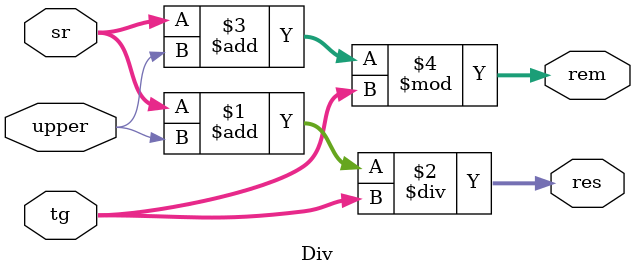
<source format=v>
module Mul (res, cout, sr, tg, cin);
	output [31:0] res;
	output [31:0] cout;
	input [31:0] sr;
	input [31:0] tg;
	input cin;

	assign {cout, res} = sr * tg + cin;

endmodule

module Div (res, rem, sr, tg, upper);
	output [31:0] res;
	output [31:0] rem;
	input [31:0] sr;
	input [31:0] tg;
	input upper;

	assign res = (sr + upper) / tg;
	assign rem = (sr + upper) % tg;

endmodule

// No independent tb
</source>
